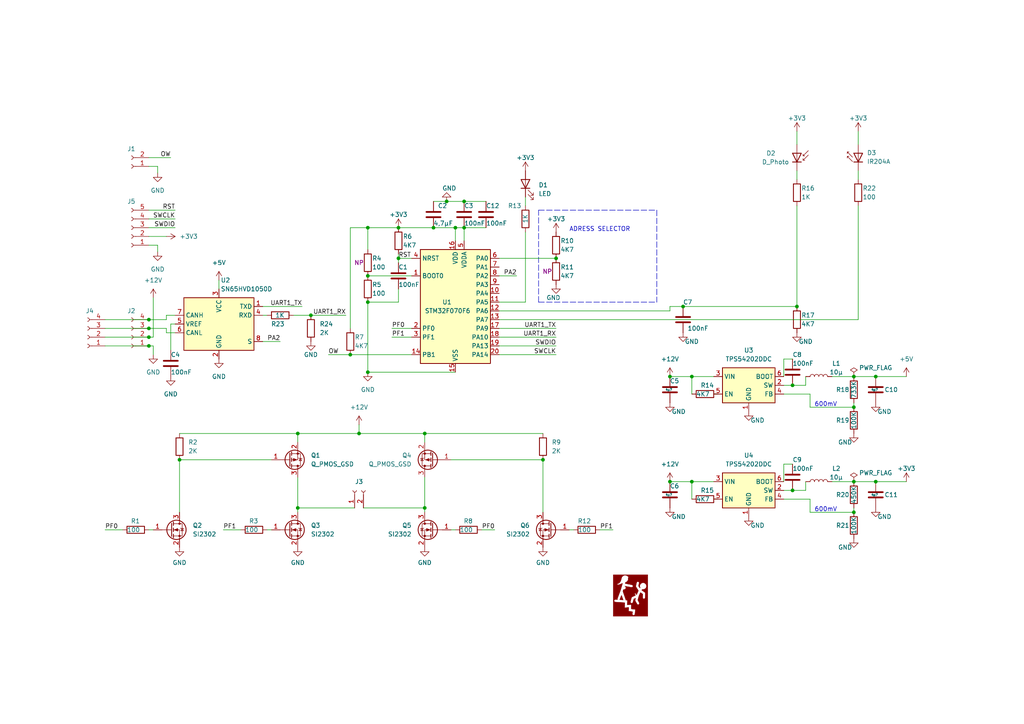
<source format=kicad_sch>
(kicad_sch (version 20211123) (generator eeschema)
  (paper "A4")
  (lib_symbols
    (symbol "Connector:Conn_01x02_Female" (pin_names (offset 1.016) hide)
      (property "Reference" "J" (at 0 2.54 0))
      (property "Value" "Conn_01x02_Female" (at 0 -5.08 0))
      (symbol "Conn_01x02_Female_1_1"
        (pin passive line (at -5.08 0 0) (length 3.81) (name "Pin_1") (number "1"))
        (pin passive line (at -5.08 -2.54 0) (length 3.81) (name "Pin_2") (number "2"))
      )
    )
    (symbol "Connector:Conn_01x04_Female" (pin_names (offset 1.016) hide)
      (property "Reference" "J" (at 0 5.08 0))
      (property "Value" "Conn_01x04_Female" (at 0 -7.62 0))
      (symbol "Conn_01x04_Female_1_1"
        (pin passive line (at -5.08 2.54 0) (length 3.81) (name "Pin_1") (number "1"))
        (pin passive line (at -5.08 0 0) (length 3.81) (name "Pin_2") (number "2"))
        (pin passive line (at -5.08 -2.54 0) (length 3.81) (name "Pin_3") (number "3"))
        (pin passive line (at -5.08 -5.08 0) (length 3.81) (name "Pin_4") (number "4"))
      )
    )
    (symbol "Connector:Conn_01x05_Female" (pin_names (offset 1.016) hide)
      (property "Reference" "J" (at 0 7.62 0))
      (property "Value" "Conn_01x05_Female" (at 0 -7.62 0))
      (symbol "Conn_01x05_Female_1_1"
        (pin passive line (at -5.08 5.08 0) (length 3.81) (name "Pin_1") (number "1"))
        (pin passive line (at -5.08 2.54 0) (length 3.81) (name "Pin_2") (number "2"))
        (pin passive line (at -5.08 0 0) (length 3.81) (name "Pin_3") (number "3"))
        (pin passive line (at -5.08 -2.54 0) (length 3.81) (name "Pin_4") (number "4"))
        (pin passive line (at -5.08 -5.08 0) (length 3.81) (name "Pin_5") (number "5"))
      )
    )
    (symbol "Device:C" (pin_numbers hide) (pin_names (offset 0.254))
      (property "Reference" "C" (at 0.635 2.54 0))
      (property "Value" "C" (at 0.635 -2.54 0))
      (symbol "C_1_1"
        (pin passive line (at 0 3.81 270) (length 2.794) (name "~") (number "1"))
        (pin passive line (at 0 -3.81 90) (length 2.794) (name "~") (number "2"))
      )
    )
    (symbol "Device:D_Photo" (pin_numbers hide) (pin_names hide)
      (property "Reference" "D" (at 0.508 1.778 0))
      (property "Value" "D_Photo" (at -1.016 -2.794 0))
      (symbol "D_Photo_1_1"
        (pin passive line (at -5.08 0 0) (length 2.54) (name "K") (number "1"))
        (pin passive line (at 2.54 0 180) (length 2.54) (name "A") (number "2"))
      )
    )
    (symbol "Device:L" (pin_numbers hide) (pin_names (offset 1.016) hide)
      (property "Reference" "L" (at -1.27 0 90))
      (property "Value" "L" (at 1.905 0 90))
      (symbol "L_1_1"
        (pin passive line (at 0 3.81 270) (length 1.27) (name "1") (number "1"))
        (pin passive line (at 0 -3.81 90) (length 1.27) (name "2") (number "2"))
      )
    )
    (symbol "Device:LED" (pin_numbers hide) (pin_names (offset 1.016) hide)
      (property "Reference" "D" (at 0 2.54 0))
      (property "Value" "LED" (at 0 -2.54 0))
      (symbol "LED_1_1"
        (pin passive line (at -3.81 0 0) (length 2.54) (name "K") (number "1"))
        (pin passive line (at 3.81 0 180) (length 2.54) (name "A") (number "2"))
      )
    )
    (symbol "Device:Q_NMOS_GSD" (pin_names (offset 0) hide)
      (property "Reference" "Q" (at 5.08 1.27 0))
      (property "Value" "Q_NMOS_GSD" (at 5.08 -1.27 0))
      (symbol "Q_NMOS_GSD_1_1"
        (pin input line (at -5.08 0 0) (length 2.54) (name "G") (number "1"))
        (pin passive line (at 2.54 -5.08 90) (length 2.54) (name "S") (number "2"))
        (pin passive line (at 2.54 5.08 270) (length 2.54) (name "D") (number "3"))
      )
    )
    (symbol "Device:Q_PMOS_GSD" (pin_names (offset 0) hide)
      (property "Reference" "Q" (at 5.08 1.27 0))
      (property "Value" "Q_PMOS_GSD" (at 5.08 -1.27 0))
      (symbol "Q_PMOS_GSD_1_1"
        (pin input line (at -5.08 0 0) (length 2.54) (name "G") (number "1"))
        (pin passive line (at 2.54 -5.08 90) (length 2.54) (name "S") (number "2"))
        (pin passive line (at 2.54 5.08 270) (length 2.54) (name "D") (number "3"))
      )
    )
    (symbol "Device:R" (pin_numbers hide) (pin_names (offset 0))
      (property "Reference" "R" (at 2.032 0 90))
      (property "Value" "R" (at 0 0 90))
      (symbol "R_1_1"
        (pin passive line (at 0 3.81 270) (length 1.27) (name "~") (number "1"))
        (pin passive line (at 0 -3.81 90) (length 1.27) (name "~") (number "2"))
      )
    )
    (symbol "Interface_CAN_LIN:SN65HVD1050D"
      (property "Reference" "U" (at -8.89 8.89 0))
      (property "Value" "SN65HVD1050D" (at 1.27 8.89 0))
      (symbol "SN65HVD1050D_1_1"
        (pin input line (at -12.7 5.08 0) (length 2.54) (name "TXD") (number "1"))
        (pin power_in line (at 0 -10.16 90) (length 2.54) (name "GND") (number "2"))
        (pin power_in line (at 0 10.16 270) (length 2.54) (name "VCC") (number "3"))
        (pin output line (at -12.7 2.54 0) (length 2.54) (name "RXD") (number "4"))
        (pin passive line (at 12.7 0 180) (length 2.54) (name "VREF") (number "5"))
        (pin bidirectional line (at 12.7 -2.54 180) (length 2.54) (name "CANL") (number "6"))
        (pin bidirectional line (at 12.7 2.54 180) (length 2.54) (name "CANH") (number "7"))
        (pin input line (at -12.7 -5.08 0) (length 2.54) (name "S") (number "8"))
      )
    )
    (symbol "LED:IR204A" (pin_numbers hide) (pin_names (offset 1.016) hide)
      (property "Reference" "D" (at 0.508 1.778 0))
      (property "Value" "IR204A" (at -1.016 -2.794 0))
      (symbol "IR204A_1_1"
        (pin passive line (at -5.08 0 0) (length 2.54) (name "K") (number "1"))
        (pin passive line (at 2.54 0 180) (length 2.54) (name "A") (number "2"))
      )
    )
    (symbol "LOGO_1" (pin_names (offset 1.016)))
    (symbol "MCU_ST_STM32F0:STM32F030F4Px"
      (property "Reference" "U" (at -10.16 16.51 0))
      (property "Value" "STM32F030F4Px" (at 5.08 16.51 0))
      (symbol "STM32F030F4Px_1_1"
        (pin input line (at -12.7 7.62 0) (length 2.54) (name "BOOT0") (number "1"))
        (pin bidirectional line (at 12.7 2.54 180) (length 2.54) (name "PA4") (number "10"))
        (pin bidirectional line (at 12.7 0 180) (length 2.54) (name "PA5") (number "11"))
        (pin bidirectional line (at 12.7 -2.54 180) (length 2.54) (name "PA6") (number "12"))
        (pin bidirectional line (at 12.7 -5.08 180) (length 2.54) (name "PA7") (number "13"))
        (pin bidirectional line (at -12.7 -15.24 0) (length 2.54) (name "PB1") (number "14"))
        (pin power_in line (at 0 -20.32 90) (length 2.54) (name "VSS") (number "15"))
        (pin power_in line (at 0 17.78 270) (length 2.54) (name "VDD") (number "16"))
        (pin bidirectional line (at 12.7 -7.62 180) (length 2.54) (name "PA9") (number "17"))
        (pin bidirectional line (at 12.7 -10.16 180) (length 2.54) (name "PA10") (number "18"))
        (pin bidirectional line (at 12.7 -12.7 180) (length 2.54) (name "PA13") (number "19"))
        (pin input line (at -12.7 -7.62 0) (length 2.54) (name "PF0") (number "2"))
        (pin bidirectional line (at 12.7 -15.24 180) (length 2.54) (name "PA14") (number "20"))
        (pin input line (at -12.7 -10.16 0) (length 2.54) (name "PF1") (number "3"))
        (pin input line (at -12.7 12.7 0) (length 2.54) (name "NRST") (number "4"))
        (pin power_in line (at 2.54 17.78 270) (length 2.54) (name "VDDA") (number "5"))
        (pin bidirectional line (at 12.7 12.7 180) (length 2.54) (name "PA0") (number "6"))
        (pin bidirectional line (at 12.7 10.16 180) (length 2.54) (name "PA1") (number "7"))
        (pin bidirectional line (at 12.7 7.62 180) (length 2.54) (name "PA2") (number "8"))
        (pin bidirectional line (at 12.7 5.08 180) (length 2.54) (name "PA3") (number "9"))
      )
    )
    (symbol "Regulator_Switching:TPS54202DDC"
      (property "Reference" "U" (at -7.62 6.35 0))
      (property "Value" "TPS54202DDC" (at 0 6.35 0))
      (symbol "TPS54202DDC_1_1"
        (pin power_in line (at 0 -7.62 90) (length 2.54) (name "GND") (number "1"))
        (pin power_out line (at 10.16 0 180) (length 2.54) (name "SW") (number "2"))
        (pin power_in line (at -10.16 2.54 0) (length 2.54) (name "VIN") (number "3"))
        (pin input line (at 10.16 -2.54 180) (length 2.54) (name "FB") (number "4"))
        (pin input line (at -10.16 -2.54 0) (length 2.54) (name "EN") (number "5"))
        (pin passive line (at 10.16 2.54 180) (length 2.54) (name "BOOT") (number "6"))
      )
    )
    (symbol "power:+12V" (power) (pin_names (offset 0))
      (property "Value" "+12V" (at 0 3.556 0))
      (symbol "+12V_1_1"
        (pin power_in line (at 0 0 90) (length 0) hide (name "+12V") (number "1"))
      )
    )
    (symbol "power:+3V3" (power) (pin_names (offset 0))
      (property "Value" "+3V3" (at 0 3.556 0))
      (symbol "+3V3_1_1"
        (pin power_in line (at 0 0 90) (length 0) hide (name "+3V3") (number "1"))
      )
    )
    (symbol "power:+5V" (power) (pin_names (offset 0))
      (property "Value" "+5V" (at 0 3.556 0))
      (symbol "+5V_1_1"
        (pin power_in line (at 0 0 90) (length 0) hide (name "+5V") (number "1"))
      )
    )
    (symbol "power:GND" (power) (pin_names (offset 0))
      (property "Value" "GND" (at 0 -3.81 0))
      (symbol "GND_1_1"
        (pin power_in line (at 0 0 270) (length 0) hide (name "GND") (number "1"))
      )
    )
    (symbol "power:PWR_FLAG" (power) (pin_numbers hide) (pin_names (offset 0) hide)
      (property "Value" "PWR_FLAG" (at 0 3.81 0))
      (symbol "PWR_FLAG_0_0"
        (pin power_out line (at 0 0 90) (length 0) (name "pwr") (number "1"))
      )
    )
  )
  (junction (at 254 109.22))
  (junction (at 157.48 133.35))
  (junction (at 198.12 88.9))
  (junction (at 247.65 109.22) (diameter 0.9144))
  (junction (at 43.18 95.25))
  (junction (at 43.18 92.71))
  (junction (at 231.14 88.9))
  (junction (at 86.36 125.73))
  (junction (at 43.18 97.79))
  (junction (at 247.65 139.7) (diameter 0.9144))
  (junction (at 254 139.7))
  (junction (at 247.65 148.59) (diameter 0.9144))
  (junction (at 106.68 66.04))
  (junction (at 43.18 100.33))
  (junction (at 229.87 111.76))
  (junction (at 115.57 66.04))
  (junction (at 247.65 118.11) (diameter 0.9144))
  (junction (at 86.36 147.32))
  (junction (at 200.66 109.22) (diameter 0.9144))
  (junction (at 90.17 91.44))
  (junction (at 194.31 109.22))
  (junction (at 134.62 66.04))
  (junction (at 125.73 66.04))
  (junction (at 161.29 74.93))
  (junction (at 52.07 133.35))
  (junction (at 129.54 58.42))
  (junction (at 104.14 125.73))
  (junction (at 106.68 80.01))
  (junction (at 106.68 87.63))
  (junction (at 123.19 125.73))
  (junction (at 194.31 139.7))
  (junction (at 229.87 142.24))
  (junction (at 106.68 107.95))
  (junction (at 200.66 139.7) (diameter 0.9144))
  (junction (at 115.57 74.93))
  (junction (at 123.19 147.32))
  (junction (at 101.6 102.87))
  (junction (at 132.08 66.04))
  (junction (at 134.62 58.42))
  (wire (pts (xy 227.33 134.62) (xy 229.87 134.62)))
  (wire (pts (xy 78.74 133.35) (xy 52.07 133.35)))
  (wire (pts (xy 115.57 76.2) (xy 115.57 74.93)))
  (wire (pts (xy 129.54 58.42) (xy 134.62 58.42)))
  (wire (pts (xy 227.33 142.24) (xy 229.87 142.24)))
  (wire (pts (xy 227.33 134.62) (xy 227.33 139.7)))
  (wire (pts (xy 77.47 153.67) (xy 78.74 153.67)))
  (wire (pts (xy 132.08 107.95) (xy 106.68 107.95)))
  (wire (pts (xy 152.4 87.63) (xy 152.4 67.31)))
  (wire (pts (xy 30.48 100.33) (xy 43.18 100.33)))
  (wire (pts (xy 106.68 72.39) (xy 106.68 66.04)))
  (wire (pts (xy 115.57 83.82) (xy 115.57 87.63)))
  (wire (pts (xy 227.33 104.14) (xy 229.87 104.14)))
  (wire (pts (xy 43.18 68.58) (xy 48.26 68.58)))
  (wire (pts (xy 115.57 87.63) (xy 106.68 87.63)))
  (wire (pts (xy 248.92 52.07) (xy 248.92 49.53)))
  (wire (pts (xy 44.45 100.33) (xy 44.45 102.87)))
  (wire (pts (xy 231.14 49.53) (xy 231.14 52.07)))
  (wire (pts (xy 52.07 133.35) (xy 52.07 148.59)))
  (wire (pts (xy 43.18 45.72) (xy 49.53 45.72)))
  (wire (pts (xy 85.09 91.44) (xy 90.17 91.44)))
  (wire (pts (xy 134.62 58.42) (xy 140.97 58.42)))
  (wire (pts (xy 144.78 95.25) (xy 161.29 95.25)))
  (wire (pts (xy 86.36 147.32) (xy 102.87 147.32)))
  (wire (pts (xy 254 139.7) (xy 262.89 139.7)))
  (wire (pts (xy 76.2 99.06) (xy 81.28 99.06)))
  (wire (pts (xy 227.33 114.3) (xy 234.95 114.3)))
  (wire (pts (xy 43.18 100.33) (xy 44.45 100.33)))
  (wire (pts (xy 43.18 71.12) (xy 45.72 71.12)))
  (wire (pts (xy 144.78 80.01) (xy 149.86 80.01)))
  (wire (pts (xy 241.3 109.22) (xy 247.65 109.22)))
  (wire (pts (xy 231.14 41.91) (xy 231.14 38.1)))
  (wire (pts (xy 173.99 153.67) (xy 177.8 153.67)))
  (polyline (pts (xy 156.21 60.96) (xy 190.5 60.96)))
  (wire (pts (xy 76.2 88.9) (xy 87.63 88.9)))
  (wire (pts (xy 106.68 66.04) (xy 115.57 66.04)))
  (wire (pts (xy 43.18 95.25) (xy 48.26 95.25)))
  (wire (pts (xy 30.48 95.25) (xy 43.18 95.25)))
  (wire (pts (xy 198.12 88.9) (xy 194.31 88.9)))
  (wire (pts (xy 134.62 66.04) (xy 132.08 66.04)))
  (wire (pts (xy 134.62 66.04) (xy 140.97 66.04)))
  (wire (pts (xy 144.78 74.93) (xy 161.29 74.93)))
  (wire (pts (xy 123.19 125.73) (xy 157.48 125.73)))
  (wire (pts (xy 50.8 93.98) (xy 49.53 93.98)))
  (wire (pts (xy 106.68 107.95) (xy 106.68 87.63)))
  (wire (pts (xy 144.78 102.87) (xy 161.29 102.87)))
  (wire (pts (xy 43.18 153.67) (xy 44.45 153.67)))
  (wire (pts (xy 43.18 92.71) (xy 48.26 92.71)))
  (wire (pts (xy 247.65 116.84) (xy 247.65 118.11)))
  (wire (pts (xy 30.48 153.67) (xy 35.56 153.67)))
  (wire (pts (xy 43.18 63.5) (xy 50.8 63.5)))
  (wire (pts (xy 233.68 142.24) (xy 233.68 139.7)))
  (polyline (pts (xy 156.21 87.63) (xy 190.5 87.63)))
  (wire (pts (xy 119.38 80.01) (xy 106.68 80.01)))
  (wire (pts (xy 227.33 111.76) (xy 229.87 111.76)))
  (wire (pts (xy 152.4 57.15) (xy 152.4 59.69)))
  (wire (pts (xy 132.08 66.04) (xy 125.73 66.04)))
  (wire (pts (xy 105.41 147.32) (xy 123.19 147.32)))
  (wire (pts (xy 115.57 74.93) (xy 115.57 73.66)))
  (wire (pts (xy 44.45 97.79) (xy 43.18 97.79)))
  (wire (pts (xy 125.73 66.04) (xy 115.57 66.04)))
  (wire (pts (xy 30.48 97.79) (xy 43.18 97.79)))
  (wire (pts (xy 194.31 88.9) (xy 194.31 90.17)))
  (wire (pts (xy 233.68 111.76) (xy 233.68 109.22)))
  (wire (pts (xy 165.1 153.67) (xy 166.37 153.67)))
  (wire (pts (xy 48.26 92.71) (xy 48.26 91.44)))
  (wire (pts (xy 86.36 138.43) (xy 86.36 147.32)))
  (wire (pts (xy 200.66 144.78) (xy 200.66 139.7)))
  (wire (pts (xy 208.28 114.3) (xy 207.01 114.3)))
  (wire (pts (xy 144.78 90.17) (xy 194.31 90.17)))
  (wire (pts (xy 229.87 111.76) (xy 233.68 111.76)))
  (wire (pts (xy 157.48 133.35) (xy 157.48 148.59)))
  (wire (pts (xy 198.12 88.9) (xy 231.14 88.9)))
  (wire (pts (xy 247.65 139.7) (xy 254 139.7)))
  (polyline (pts (xy 190.5 60.96) (xy 190.5 87.63)))
  (wire (pts (xy 227.33 144.78) (xy 234.95 144.78)))
  (wire (pts (xy 194.31 139.7) (xy 200.66 139.7)))
  (wire (pts (xy 231.14 59.69) (xy 231.14 88.9)))
  (wire (pts (xy 48.26 96.52) (xy 50.8 96.52)))
  (wire (pts (xy 139.7 153.67) (xy 143.51 153.67)))
  (wire (pts (xy 123.19 128.27) (xy 123.19 125.73)))
  (wire (pts (xy 86.36 125.73) (xy 86.36 128.27)))
  (wire (pts (xy 227.33 104.14) (xy 227.33 109.22)))
  (wire (pts (xy 123.19 125.73) (xy 104.14 125.73)))
  (wire (pts (xy 130.81 153.67) (xy 132.08 153.67)))
  (wire (pts (xy 52.07 125.73) (xy 86.36 125.73)))
  (wire (pts (xy 44.45 86.36) (xy 44.45 97.79)))
  (wire (pts (xy 132.08 69.85) (xy 132.08 66.04)))
  (wire (pts (xy 234.95 114.3) (xy 234.95 118.11)))
  (wire (pts (xy 45.72 71.12) (xy 45.72 73.025)))
  (wire (pts (xy 229.87 142.24) (xy 233.68 142.24)))
  (wire (pts (xy 119.38 74.93) (xy 115.57 74.93)))
  (wire (pts (xy 104.14 123.19) (xy 104.14 125.73)))
  (wire (pts (xy 144.78 97.79) (xy 161.29 97.79)))
  (wire (pts (xy 248.92 92.71) (xy 144.78 92.71)))
  (wire (pts (xy 48.26 95.25) (xy 48.26 96.52)))
  (wire (pts (xy 234.95 148.59) (xy 247.65 148.59)))
  (wire (pts (xy 125.73 58.42) (xy 129.54 58.42)))
  (polyline (pts (xy 156.21 87.63) (xy 156.21 60.96)))
  (wire (pts (xy 200.66 114.3) (xy 200.66 109.22)))
  (wire (pts (xy 86.36 147.32) (xy 86.36 148.59)))
  (wire (pts (xy 95.25 102.87) (xy 101.6 102.87)))
  (wire (pts (xy 208.28 144.78) (xy 207.01 144.78)))
  (wire (pts (xy 76.2 91.44) (xy 77.47 91.44)))
  (wire (pts (xy 63.5 81.28) (xy 63.5 83.82)))
  (wire (pts (xy 234.95 118.11) (xy 247.65 118.11)))
  (wire (pts (xy 49.53 93.98) (xy 49.53 101.6)))
  (wire (pts (xy 247.65 147.32) (xy 247.65 148.59)))
  (wire (pts (xy 130.81 133.35) (xy 157.48 133.35)))
  (wire (pts (xy 90.17 91.44) (xy 100.33 91.44)))
  (wire (pts (xy 43.18 48.26) (xy 45.72 48.26)))
  (wire (pts (xy 43.18 60.96) (xy 50.8 60.96)))
  (wire (pts (xy 200.66 109.22) (xy 207.01 109.22)))
  (wire (pts (xy 101.6 95.25) (xy 101.6 66.04)))
  (wire (pts (xy 234.95 144.78) (xy 234.95 148.59)))
  (wire (pts (xy 101.6 66.04) (xy 106.68 66.04)))
  (wire (pts (xy 123.19 138.43) (xy 123.19 147.32)))
  (wire (pts (xy 104.14 125.73) (xy 86.36 125.73)))
  (wire (pts (xy 101.6 102.87) (xy 119.38 102.87)))
  (wire (pts (xy 43.18 66.04) (xy 50.8 66.04)))
  (wire (pts (xy 48.26 91.44) (xy 50.8 91.44)))
  (wire (pts (xy 241.3 139.7) (xy 247.65 139.7)))
  (wire (pts (xy 254 109.22) (xy 262.89 109.22)))
  (wire (pts (xy 144.78 100.33) (xy 161.29 100.33)))
  (wire (pts (xy 248.92 41.91) (xy 248.92 38.1)))
  (wire (pts (xy 113.665 97.79) (xy 119.38 97.79)))
  (wire (pts (xy 134.62 69.85) (xy 134.62 66.04)))
  (wire (pts (xy 30.48 92.71) (xy 43.18 92.71)))
  (wire (pts (xy 113.665 95.25) (xy 119.38 95.25)))
  (wire (pts (xy 194.31 109.22) (xy 200.66 109.22)))
  (wire (pts (xy 144.78 87.63) (xy 152.4 87.63)))
  (wire (pts (xy 247.65 109.22) (xy 254 109.22)))
  (wire (pts (xy 64.77 153.67) (xy 69.85 153.67)))
  (wire (pts (xy 200.66 139.7) (xy 207.01 139.7)))
  (wire (pts (xy 248.92 59.69) (xy 248.92 92.71)))
  (wire (pts (xy 45.72 48.26) (xy 45.72 50.165)))
  (wire (pts (xy 123.19 147.32) (xy 123.19 148.59)))
  (text "ADRESS SELECTOR" (at 165.1 67.31 0) (effects (font (size 1.27 1.27)) (justify left bottom)))
  (text "600mV" (at 236.22 148.59 0) (effects (font (size 1.27 1.27)) (justify left bottom)))
  (text "600mV" (at 236.22 118.11 0) (effects (font (size 1.27 1.27)) (justify left bottom)))
  (label "UART1_TX" (at 161.29 95.25 180))
  (label "SWDIO" (at 161.29 100.33 180))
  (label "UART1_RX" (at 161.29 97.79 180))
  (label "UART1_TX" (at 87.63 88.9 180))
  (label "SWCLK" (at 50.8 63.5 180))
  (label "RST" (at 50.8 60.96 180))
  (label "PF1" (at 64.77 153.67 0))
  (label "UART1_RX" (at 100.33 91.44 180))
  (label "RST" (at 115.57 74.93 0))
  (label "OW" (at 49.53 45.72 180))
  (label "PF1" (at 113.665 97.79 0))
  (label "SWDIO" (at 50.8 66.04 180))
  (label "PF0" (at 143.51 153.67 180))
  (label "PA2" (at 149.86 80.01 180))
  (label "PF0" (at 113.665 95.25 0))
  (label "PA2" (at 81.28 99.06 180))
  (label "SWCLK" (at 161.29 102.87 180))
  (label "PF1" (at 177.8 153.67 180))
  (label "OW" (at 95.25 102.87 0))
  (label "PF0" (at 30.48 153.67 0))
  (symbol (lib_id "Device:Q_PMOS_GSD") (at 83.82 133.35 0) (mirror x) (unit 1)
    (property "Reference" "Q1" (at 90.17 132.0799 0) (effects (justify left)))
    (property "Value" "Q_PMOS_GSD" (at 90.17 134.6199 0) (effects (justify left)))
    (property "Footprint" "Package_TO_SOT_SMD:SOT-23" (effects hide))
    (property "LCSC" "C5261052" (effects hide))
  )
  (symbol (lib_id "Connector:Conn_01x02_Female") (at 102.87 142.24 90) (unit 1)
    (property "Reference" "J3" (at 104.14 139.7 90))
    (property "Value" "Conn_01x02_Female" (effects hide))
    (property "Footprint" "Connector_PinHeader_2.54mm:PinHeader_1x02_P2.54mm_Vertical" (effects hide))
  )
  (symbol (lib_id "Device:C") (at 254 143.51 0) (unit 1)
    (property "Reference" "C11" (at 256.54 143.51 0) (effects (justify left)))
    (property "Value" "4µ7" (at 252.73 143.51 0) (effects (font (size 0.6096 0.6096)) (justify left)))
    (property "Footprint" "Capacitor_SMD:C_0603_1608Metric" (effects hide))
    (property "LCSC" "C415373" (effects hide))
  )
  (symbol (lib_id "power:+3V3") (at 115.57 66.04 0) (unit 1)
    (property "Reference" "#PWR0112" (effects hide))
    (property "Value" "+3V3" (at 115.57 62.23 0))
  )
  (symbol (lib_id "Device:L") (at 237.49 109.22 90) (unit 1)
    (property "Reference" "L1" (at 242.57 105.41 90))
    (property "Value" "10µ" (at 242.57 107.95 90))
    (property "Footprint" "Inductor_SMD:L_Bourns-SRN4018" (effects hide))
    (property "LCSC" "C520273" (effects hide))
  )
  (symbol (lib_id "power:GND") (at 231.14 96.52 0) (unit 1)
    (property "Reference" "#PWR0134" (effects hide))
    (property "Value" "GND" (at 233.68 99.06 0))
  )
  (symbol (lib_id "Device:R") (at 106.68 83.82 0) (unit 1)
    (property "Reference" "R5" (at 107.95 82.55 0) (effects (justify left)))
    (property "Value" "100" (at 107.95 85.09 0) (effects (justify left)))
    (property "Footprint" "Resistor_SMD:R_0603_1608Metric" (effects hide))
  )
  (symbol (lib_id "Device:Q_NMOS_GSD") (at 83.82 153.67 0) (unit 1)
    (property "Reference" "Q3" (at 90.17 152.3999 0) (effects (justify left)))
    (property "Value" "SI2302" (at 90.17 154.9399 0) (effects (justify left)))
    (property "Footprint" "Package_TO_SOT_SMD:SOT-23" (effects hide))
    (property "Datasheet" "https://datasheet.lcsc.com/lcsc/2207201830_HXY-MOSFET-SI2302-HXY_C4748714.pdf" (effects hide))
    (property "LCSC" "C4748714" (effects hide))
  )
  (symbol (lib_id "Device:R") (at 247.65 143.51 180) (unit 1)
    (property "Reference" "R20" (at 246.38 143.51 0) (effects (justify left)))
    (property "Value" "450K" (at 247.65 140.97 90) (effects (justify left)))
    (property "Footprint" "Resistor_SMD:R_0603_1608Metric" (effects hide))
    (property "Datasheet" "RR0510P-104-D" (effects hide))
  )
  (symbol (lib_id "power:GND") (at 254 147.32 0) (unit 1)
    (property "Reference" "#PWR0121" (effects hide))
    (property "Value" "GND" (at 256.54 149.86 0))
  )
  (symbol (lib_id "Device:R") (at 152.4 63.5 0) (unit 1)
    (property "Reference" "R13" (at 147.32 59.69 0) (effects (justify left)))
    (property "Value" "1K" (at 152.4 64.77 90) (effects (justify left)))
    (property "Footprint" "Resistor_SMD:R_0603_1608Metric" (effects hide))
  )
  (symbol (lib_id "Device:R") (at 231.14 92.71 0) (unit 1)
    (property "Reference" "R17" (at 232.41 91.44 0) (effects (justify left)))
    (property "Value" "4K7" (at 232.41 93.98 0) (effects (justify left)))
    (property "Footprint" "Resistor_SMD:R_0603_1608Metric" (effects hide))
  )
  (symbol (lib_id "Device:D_Photo") (at 231.14 44.45 270) (mirror x) (unit 1)
    (property "Reference" "D2" (at 222.25 44.45 90) (effects (justify left)))
    (property "Value" "D_Photo" (at 220.98 46.99 90) (effects (justify left)))
    (property "Footprint" "LED_THT:LED_D3.0mm_IRBlack" (effects hide))
    (property "LCSC" "C2693586" (effects hide))
  )
  (symbol (lib_id "Device:C") (at 49.53 105.41 0) (unit 1)
    (property "Reference" "C4" (at 49.53 102.87 0) (effects (justify left)))
    (property "Value" "100nF" (at 49.53 107.95 0) (effects (justify left)))
    (property "Footprint" "Capacitor_SMD:C_0603_1608Metric" (effects hide))
  )
  (symbol (lib_id "Interface_CAN_LIN:SN65HVD1050D") (at 63.5 93.98 0) (mirror y) (unit 1)
    (property "Reference" "U2" (at 64.0206 81.28 0) (effects (justify right)))
    (property "Value" "SN65HVD1050D" (at 64.0206 83.82 0) (effects (justify right)))
    (property "Footprint" "Package_SO:SOIC-8_3.9x4.9mm_P1.27mm" (effects hide))
    (property "Datasheet" "http://www.ti.com/lit/ds/symlink/sn65hvd1050.pdf" (effects hide))
    (property "LCSC" "C313021" (effects hide))
  )
  (symbol (lib_id "power:GND") (at 45.72 50.165 0) (unit 1)
    (property "Reference" "#PWR0101" (effects hide))
    (property "Value" "GND" (at 45.72 55.245 0))
  )
  (symbol (lib_id "Device:R") (at 52.07 129.54 0) (unit 1)
    (property "Reference" "R2" (at 54.61 128.2699 0) (effects (justify left)))
    (property "Value" "2K" (at 54.61 130.8099 0) (effects (justify left)))
    (property "Footprint" "Resistor_SMD:R_0603_1608Metric" (effects hide))
  )
  (symbol (lib_id "power:PWR_FLAG") (at 247.65 109.22 0) (unit 1)
    (property "Reference" "#FLG0102" (effects hide))
    (property "Value" "PWR_FLAG" (at 254 106.68 0))
  )
  (symbol (lib_id "power:GND") (at 106.68 107.95 0) (unit 1)
    (property "Reference" "#PWR0109" (effects hide))
    (property "Value" "GND" (at 106.68 113.03 0))
  )
  (symbol (lib_id "Device:C") (at 125.73 62.23 0) (unit 1)
    (property "Reference" "C2" (at 127 59.69 0) (effects (justify left)))
    (property "Value" "4,7µF" (at 125.73 64.77 0) (effects (justify left)))
    (property "Footprint" "Capacitor_SMD:C_0603_1608Metric" (effects hide))
  )
  (symbol (lib_id "power:GND") (at 44.45 102.87 0) (unit 1)
    (property "Reference" "#PWR0116" (effects hide))
    (property "Value" "GND" (at 44.45 107.95 0))
  )
  (symbol (lib_id "Device:R") (at 39.37 153.67 90) (unit 1)
    (property "Reference" "R1" (at 40.64 151.13 90) (effects (justify left)))
    (property "Value" "100" (at 40.64 153.67 90) (effects (justify left)))
    (property "Footprint" "Resistor_SMD:R_0603_1608Metric" (effects hide))
  )
  (symbol (lib_id "power:GND") (at 217.17 119.38 0) (unit 1)
    (property "Reference" "#PWR0129" (effects hide))
    (property "Value" "GND" (at 219.71 121.92 0))
  )
  (symbol (lib_id "Device:R") (at 231.14 55.88 0) (unit 1)
    (property "Reference" "R16" (at 232.41 54.61 0) (effects (justify left)))
    (property "Value" "1K" (at 232.41 57.15 0) (effects (justify left)))
    (property "Footprint" "Resistor_SMD:R_0603_1608Metric" (effects hide))
  )
  (symbol (lib_id "LED:IR204A") (at 248.92 44.45 90) (unit 1)
    (property "Reference" "D3" (at 251.46 44.3229 90) (effects (justify right)))
    (property "Value" "IR204A" (at 251.46 46.8629 90) (effects (justify right)))
    (property "Footprint" "LED_THT:LED_D3.0mm_IRBlack" (effects hide))
    (property "Datasheet" "http://www.everlight.com/file/ProductFile/IR204-A.pdf" (effects hide))
    (property "LCSC" "C841521" (effects hide))
  )
  (symbol (lib_id "power:+12V") (at 104.14 123.19 0) (unit 1)
    (property "Reference" "#PWR0110" (effects hide))
    (property "Value" "+12V" (at 104.14 118.11 0))
  )
  (symbol (lib_name "LOGO_1") (lib_id "bauteilschubse_10mm:LOGO") (at 182.88 172.72 0) (unit 1)
    (property "Reference" "#G1" (effects hide))
    (property "Value" "LOGO" (effects hide))
  )
  (symbol (lib_id "power:+5V") (at 262.89 109.22 0) (unit 1)
    (property "Reference" "#PWR0123" (effects hide))
    (property "Value" "+5V" (at 262.89 104.14 0))
  )
  (symbol (lib_id "Regulator_Switching:TPS54202DDC") (at 217.17 111.76 0) (unit 1)
    (property "Reference" "U3" (at 217.17 101.6 0))
    (property "Value" "TPS54202DDC" (at 217.17 104.14 0))
    (property "Footprint" "Package_TO_SOT_SMD:SOT-23-6" (effects hide))
    (property "Datasheet" "http://www.ti.com/lit/ds/symlink/tps54202.pdf" (effects hide))
    (property "LCSC" "C191884" (effects hide))
  )
  (symbol (lib_id "power:+12V") (at 44.45 86.36 0) (unit 1)
    (property "Reference" "#PWR0114" (effects hide))
    (property "Value" "+12V" (at 44.45 81.28 0))
  )
  (symbol (lib_id "Connector:Conn_01x02_Female") (at 38.1 48.26 180) (unit 1)
    (property "Reference" "J1" (at 38.1 43.18 0))
    (property "Value" "Conn_01x02_Female" (effects hide))
    (property "Footprint" "Connector_PinHeader_1.27mm:PinHeader_1x02_P1.27mm_Vertical" (effects hide))
  )
  (symbol (lib_id "power:GND") (at 194.31 147.32 0) (unit 1)
    (property "Reference" "#PWR0131" (effects hide))
    (property "Value" "GND" (at 196.85 149.86 0))
  )
  (symbol (lib_id "Device:C") (at 198.12 92.71 0) (unit 1)
    (property "Reference" "C7" (at 198.12 87.63 0) (effects (justify left)))
    (property "Value" "100nF" (at 199.39 95.25 0) (effects (justify left)))
    (property "Footprint" "Capacitor_SMD:C_0603_1608Metric" (effects hide))
  )
  (symbol (lib_id "Device:Q_NMOS_GSD") (at 160.02 153.67 0) (mirror y) (unit 1)
    (property "Reference" "Q6" (at 153.67 152.3999 0) (effects (justify left)))
    (property "Value" "SI2302" (at 153.67 154.9399 0) (effects (justify left)))
    (property "Footprint" "Package_TO_SOT_SMD:SOT-23" (effects hide))
    (property "Datasheet" "https://datasheet.lcsc.com/lcsc/2207201830_HXY-MOSFET-SI2302-HXY_C4748714.pdf" (effects hide))
    (property "LCSC" "C4748714" (effects hide))
  )
  (symbol (lib_id "power:+3V3") (at 231.14 38.1 0) (unit 1)
    (property "Reference" "#PWR0135" (effects hide))
    (property "Value" "+3V3" (at 231.14 34.29 0))
  )
  (symbol (lib_id "Device:C") (at 115.57 80.01 0) (unit 1)
    (property "Reference" "C1" (at 115.57 77.47 0) (effects (justify left)))
    (property "Value" "100nF" (at 115.57 82.55 0) (effects (justify left)))
    (property "Footprint" "Capacitor_SMD:C_0603_1608Metric" (effects hide))
  )
  (symbol (lib_id "power:GND") (at 63.5 104.14 0) (unit 1)
    (property "Reference" "#PWR0104" (effects hide))
    (property "Value" "GND" (at 63.5 109.22 0))
  )
  (symbol (lib_id "power:GND") (at 90.17 99.06 0) (unit 1)
    (property "Reference" "#PWR0136" (effects hide))
    (property "Value" "GND" (at 90.17 102.87 0))
  )
  (symbol (lib_id "power:GND") (at 247.65 156.21 0) (unit 1)
    (property "Reference" "#PWR0127" (effects hide))
    (property "Value" "GND" (at 245.11 158.75 0))
  )
  (symbol (lib_id "Device:L") (at 237.49 139.7 90) (unit 1)
    (property "Reference" "L2" (at 242.57 135.89 90))
    (property "Value" "10µ" (at 242.57 138.43 90))
    (property "Footprint" "Inductor_SMD:L_Bourns-SRN4018" (effects hide))
    (property "LCSC" "C520273" (effects hide))
  )
  (symbol (lib_id "Device:Q_NMOS_GSD") (at 49.53 153.67 0) (unit 1)
    (property "Reference" "Q2" (at 55.88 152.3999 0) (effects (justify left)))
    (property "Value" "SI2302" (at 55.88 154.9399 0) (effects (justify left)))
    (property "Footprint" "Package_TO_SOT_SMD:SOT-23" (effects hide))
    (property "Datasheet" "https://datasheet.lcsc.com/lcsc/2207201830_HXY-MOSFET-SI2302-HXY_C4748714.pdf" (effects hide))
    (property "LCSC" "C4748714" (effects hide))
  )
  (symbol (lib_id "Device:C") (at 229.87 107.95 0) (unit 1)
    (property "Reference" "C8" (at 229.87 102.87 0) (effects (justify left)))
    (property "Value" "100nF" (at 229.87 105.41 0) (effects (justify left)))
    (property "Footprint" "Capacitor_SMD:C_0603_1608Metric" (effects hide))
  )
  (symbol (lib_id "power:GND") (at 86.36 158.75 0) (mirror y) (unit 1)
    (property "Reference" "#PWR0103" (effects hide))
    (property "Value" "GND" (at 86.36 163.195 0))
  )
  (symbol (lib_id "power:GND") (at 45.72 73.025 0) (unit 1)
    (property "Reference" "#PWR0111" (effects hide))
    (property "Value" "GND" (at 45.72 78.105 0))
  )
  (symbol (lib_id "power:PWR_FLAG") (at 247.65 139.7 0) (unit 1)
    (property "Reference" "#FLG0101" (effects hide))
    (property "Value" "PWR_FLAG" (at 254 137.16 0))
  )
  (symbol (lib_id "Device:C") (at 229.87 138.43 0) (unit 1)
    (property "Reference" "C9" (at 229.87 133.35 0) (effects (justify left)))
    (property "Value" "100nF" (at 229.87 135.89 0) (effects (justify left)))
    (property "Footprint" "Capacitor_SMD:C_0603_1608Metric" (effects hide))
  )
  (symbol (lib_id "Device:R") (at 90.17 95.25 0) (unit 1)
    (property "Reference" "R24" (at 92.71 93.9799 0) (effects (justify left)))
    (property "Value" "2K" (at 92.71 96.5199 0) (effects (justify left)))
    (property "Footprint" "Resistor_SMD:R_0603_1608Metric" (effects hide))
  )
  (symbol (lib_id "power:+3V3") (at 248.92 38.1 0) (unit 1)
    (property "Reference" "#PWR0133" (effects hide))
    (property "Value" "+3V3" (at 248.92 34.29 0))
  )
  (symbol (lib_id "Device:Q_PMOS_GSD") (at 125.73 133.35 180) (unit 1)
    (property "Reference" "Q4" (at 119.38 132.0799 0) (effects (justify left)))
    (property "Value" "Q_PMOS_GSD" (at 119.38 134.6199 0) (effects (justify left)))
    (property "Footprint" "Package_TO_SOT_SMD:SOT-23" (effects hide))
    (property "LCSC" "C5261052" (effects hide))
  )
  (symbol (lib_id "power:+3V3") (at 262.89 139.7 0) (unit 1)
    (property "Reference" "#PWR0120" (effects hide))
    (property "Value" "+3V3" (at 262.89 135.89 0))
  )
  (symbol (lib_id "Device:R") (at 204.47 144.78 270) (unit 1)
    (property "Reference" "R15" (at 203.2 142.24 90) (effects (justify left)))
    (property "Value" "4K7" (at 201.93 144.78 90) (effects (justify left)))
    (property "Footprint" "Resistor_SMD:R_0603_1608Metric" (effects hide))
    (property "LCSC" "C105428" (effects hide))
  )
  (symbol (lib_id "Device:R") (at 73.66 153.67 90) (unit 1)
    (property "Reference" "R3" (at 74.93 151.13 90) (effects (justify left)))
    (property "Value" "100" (at 74.93 153.67 90) (effects (justify left)))
    (property "Footprint" "Resistor_SMD:R_0603_1608Metric" (effects hide))
  )
  (symbol (lib_id "power:GND") (at 123.19 158.75 0) (unit 1)
    (property "Reference" "#PWR0102" (effects hide))
    (property "Value" "GND" (at 123.19 163.195 0))
  )
  (symbol (lib_id "Regulator_Switching:TPS54202DDC") (at 217.17 142.24 0) (unit 1)
    (property "Reference" "U4" (at 217.17 132.08 0))
    (property "Value" "TPS54202DDC" (at 217.17 134.62 0))
    (property "Footprint" "Package_TO_SOT_SMD:SOT-23-6" (effects hide))
    (property "Datasheet" "http://www.ti.com/lit/ds/symlink/tps54202.pdf" (effects hide))
    (property "LCSC" "C191884" (effects hide))
  )
  (symbol (lib_id "power:+3V3") (at 161.29 67.31 0) (unit 1)
    (property "Reference" "#PWR0119" (effects hide))
    (property "Value" "+3V3" (at 161.29 63.5 0))
  )
  (symbol (lib_id "power:GND") (at 157.48 158.75 0) (unit 1)
    (property "Reference" "#PWR0113" (effects hide))
    (property "Value" "GND" (at 157.48 163.195 0))
  )
  (symbol (lib_id "Connector:Conn_01x04_Female") (at 25.4 97.79 180) (unit 1)
    (property "Reference" "J4" (at 26.035 90.17 0))
    (property "Value" "Conn_01x04_Female" (effects hide))
    (property "Footprint" "Connector_Molex:Molex_Micro-Latch_53253-0470_1x04_P2.00mm_Vertical" (effects hide))
  )
  (symbol (lib_id "Device:Q_NMOS_GSD") (at 125.73 153.67 0) (mirror y) (unit 1)
    (property "Reference" "Q5" (at 119.38 152.3999 0) (effects (justify left)))
    (property "Value" "SI2302" (at 119.38 154.9399 0) (effects (justify left)))
    (property "Footprint" "Package_TO_SOT_SMD:SOT-23" (effects hide))
    (property "Datasheet" "https://datasheet.lcsc.com/lcsc/2207201830_HXY-MOSFET-SI2302-HXY_C4748714.pdf" (effects hide))
    (property "LCSC" "C4748714" (effects hide))
  )
  (symbol (lib_id "power:GND") (at 194.31 116.84 0) (unit 1)
    (property "Reference" "#PWR0128" (effects hide))
    (property "Value" "GND" (at 196.85 119.38 0))
  )
  (symbol (lib_id "Device:R") (at 170.18 153.67 90) (unit 1)
    (property "Reference" "R12" (at 171.45 151.13 90) (effects (justify left)))
    (property "Value" "100" (at 171.45 153.67 90) (effects (justify left)))
    (property "Footprint" "Resistor_SMD:R_0603_1608Metric" (effects hide))
  )
  (symbol (lib_id "Device:R") (at 157.48 129.54 0) (unit 1)
    (property "Reference" "R9" (at 160.02 128.2699 0) (effects (justify left)))
    (property "Value" "2K" (at 160.02 130.8099 0) (effects (justify left)))
    (property "Footprint" "Resistor_SMD:R_0603_1608Metric" (effects hide))
  )
  (symbol (lib_id "Device:R") (at 161.29 78.74 0) (unit 1)
    (property "Reference" "R11" (at 162.56 77.47 0) (effects (justify left)))
    (property "Value" "4K7" (at 162.56 80.01 0) (effects (justify left)))
    (property "Footprint" "Resistor_SMD:R_0603_1608Metric" (effects hide))
    (property "NP" "NP" (at 158.75 78.74 0))
  )
  (symbol (lib_id "Device:C") (at 254 113.03 0) (unit 1)
    (property "Reference" "C10" (at 256.54 113.03 0) (effects (justify left)))
    (property "Value" "4µ7" (at 252.73 113.03 0) (effects (font (size 0.6096 0.6096)) (justify left)))
    (property "Footprint" "Capacitor_SMD:C_0603_1608Metric" (effects hide))
    (property "LCSC" "C415373" (effects hide))
  )
  (symbol (lib_id "power:GND") (at 49.53 109.22 0) (unit 1)
    (property "Reference" "#PWR0106" (effects hide))
    (property "Value" "GND" (at 49.53 114.3 0))
  )
  (symbol (lib_id "Device:R") (at 247.65 121.92 180) (unit 1)
    (property "Reference" "R19" (at 246.38 121.92 0) (effects (justify left)))
    (property "Value" "100K" (at 247.65 119.38 90) (effects (justify left)))
    (property "Footprint" "Resistor_SMD:R_0603_1608Metric" (effects hide))
    (property "Datasheet" "RR0510P-104-D" (effects hide))
    (property "LCSC" "C15458" (effects hide))
  )
  (symbol (lib_id "power:+12V") (at 194.31 139.7 0) (unit 1)
    (property "Reference" "#PWR0132" (effects hide))
    (property "Value" "+12V" (at 194.31 134.62 0))
  )
  (symbol (lib_id "Device:C") (at 194.31 143.51 0) (unit 1)
    (property "Reference" "C6" (at 194.31 140.97 0) (effects (justify left)))
    (property "Value" "4µ7" (at 193.04 143.51 0) (effects (font (size 0.6096 0.6096)) (justify left)))
    (property "Footprint" "Capacitor_SMD:C_0603_1608Metric" (effects hide))
    (property "LCSC" "C415373" (effects hide))
  )
  (symbol (lib_id "Device:R") (at 106.68 76.2 0) (unit 1)
    (property "Reference" "R4" (at 107.95 74.93 0) (effects (justify left)))
    (property "Value" "100" (at 107.95 77.47 0) (effects (justify left)))
    (property "Footprint" "Resistor_SMD:R_0603_1608Metric" (effects hide))
    (property "NP" "NP" (at 104.14 76.2 0))
  )
  (symbol (lib_id "power:+3V3") (at 48.26 68.58 270) (unit 1)
    (property "Reference" "#PWR0107" (effects hide))
    (property "Value" "+3V3" (at 52.07 68.5799 90) (effects (justify left)))
  )
  (symbol (lib_id "Connector:Conn_01x04_Female") (at 38.1 97.79 180) (unit 1)
    (property "Reference" "J2" (at 38.1 90.17 0))
    (property "Value" "Conn_01x04_Female" (effects hide))
    (property "Footprint" "Connector_Molex:Molex_Micro-Latch_53253-0470_1x04_P2.00mm_Vertical" (effects hide))
  )
  (symbol (lib_id "power:+5V") (at 63.5 81.28 0) (unit 1)
    (property "Reference" "#PWR0115" (effects hide))
    (property "Value" "+5V" (at 63.5 76.2 0))
  )
  (symbol (lib_id "Device:R") (at 101.6 99.06 0) (unit 1)
    (property "Reference" "R7" (at 102.87 97.79 0) (effects (justify left)))
    (property "Value" "4K7" (at 102.87 100.33 0) (effects (justify left)))
    (property "Footprint" "Resistor_SMD:R_0603_1608Metric" (effects hide))
  )
  (symbol (lib_id "power:GND") (at 198.12 96.52 0) (unit 1)
    (property "Reference" "#PWR0126" (effects hide))
    (property "Value" "GND" (at 200.66 99.06 0))
  )
  (symbol (lib_id "power:+3V3") (at 152.4 49.53 0) (unit 1)
    (property "Reference" "#PWR0117" (effects hide))
    (property "Value" "+3V3" (at 152.4 45.72 0))
  )
  (symbol (lib_id "Device:C") (at 194.31 113.03 0) (unit 1)
    (property "Reference" "C5" (at 194.31 110.49 0) (effects (justify left)))
    (property "Value" "4µ7" (at 193.04 113.03 0) (effects (font (size 0.6096 0.6096)) (justify left)))
    (property "Footprint" "Capacitor_SMD:C_0603_1608Metric" (effects hide))
    (property "LCSC" "C415373" (effects hide))
  )
  (symbol (lib_id "power:GND") (at 254 116.84 0) (unit 1)
    (property "Reference" "#PWR0122" (effects hide))
    (property "Value" "GND" (at 256.54 119.38 0))
  )
  (symbol (lib_id "power:GND") (at 161.29 82.55 0) (unit 1)
    (property "Reference" "#PWR0118" (effects hide))
    (property "Value" "GND" (at 162.56 86.36 0) (effects (justify right)))
  )
  (symbol (lib_id "Device:R") (at 247.65 113.03 180) (unit 1)
    (property "Reference" "R18" (at 246.38 113.03 0) (effects (justify left)))
    (property "Value" "733K" (at 247.65 110.49 90) (effects (justify left)))
    (property "Footprint" "Resistor_SMD:R_0603_1608Metric" (effects hide))
    (property "Datasheet" "RR0510P-104-D" (effects hide))
    (property "LCSC" "C15458" (effects hide))
  )
  (symbol (lib_id "power:GND") (at 217.17 149.86 0) (unit 1)
    (property "Reference" "#PWR0130" (effects hide))
    (property "Value" "GND" (at 219.71 152.4 0))
  )
  (symbol (lib_id "power:GND") (at 52.07 158.75 0) (unit 1)
    (property "Reference" "#PWR0108" (effects hide))
    (property "Value" "GND" (at 52.07 163.195 0))
  )
  (symbol (lib_id "power:GND") (at 129.54 58.42 180) (unit 1)
    (property "Reference" "#PWR0105" (effects hide))
    (property "Value" "GND" (at 128.27 54.61 0) (effects (justify right)))
  )
  (symbol (lib_id "Device:R") (at 81.28 91.44 90) (unit 1)
    (property "Reference" "R23" (at 82.55 93.98 90) (effects (justify left)))
    (property "Value" "1K" (at 82.55 91.44 90) (effects (justify left)))
    (property "Footprint" "Resistor_SMD:R_0603_1608Metric" (effects hide))
  )
  (symbol (lib_id "Device:R") (at 115.57 69.85 0) (unit 1)
    (property "Reference" "R6" (at 116.84 68.58 0) (effects (justify left)))
    (property "Value" "4K7" (at 116.84 71.12 0) (effects (justify left)))
    (property "Footprint" "Resistor_SMD:R_0603_1608Metric" (effects hide))
  )
  (symbol (lib_id "Device:LED") (at 152.4 53.34 90) (unit 1)
    (property "Reference" "D1" (at 156.21 53.6574 90) (effects (justify right)))
    (property "Value" "LED" (at 156.21 56.1974 90) (effects (justify right)))
    (property "Footprint" "LED_SMD:LED_0603_1608Metric" (effects hide))
  )
  (symbol (lib_id "Device:C") (at 140.97 62.23 0) (unit 1)
    (property "Reference" "C12" (at 140.97 59.69 0) (effects (justify left)))
    (property "Value" "100nF" (at 140.97 64.77 0) (effects (justify left)))
    (property "Footprint" "Capacitor_SMD:C_0603_1608Metric" (effects hide))
  )
  (symbol (lib_id "Connector:Conn_01x05_Female") (at 38.1 66.04 180) (unit 1)
    (property "Reference" "J5" (at 38.1 58.42 0))
    (property "Value" "Conn_01x05_Female" (effects hide))
    (property "Footprint" "Connector_PinHeader_2.54mm:PinHeader_1x05_P2.54mm_Vertical" (effects hide))
  )
  (symbol (lib_id "power:GND") (at 247.65 125.73 0) (unit 1)
    (property "Reference" "#PWR0124" (effects hide))
    (property "Value" "GND" (at 245.11 128.27 0))
  )
  (symbol (lib_id "Device:C") (at 134.62 62.23 0) (unit 1)
    (property "Reference" "C3" (at 134.62 59.69 0) (effects (justify left)))
    (property "Value" "100nF" (at 134.62 64.77 0) (effects (justify left)))
    (property "Footprint" "Capacitor_SMD:C_0603_1608Metric" (effects hide))
  )
  (symbol (lib_id "power:+12V") (at 194.31 109.22 0) (unit 1)
    (property "Reference" "#PWR0125" (effects hide))
    (property "Value" "+12V" (at 194.31 104.14 0))
  )
  (symbol (lib_id "Device:R") (at 161.29 71.12 0) (unit 1)
    (property "Reference" "R10" (at 162.56 69.85 0) (effects (justify left)))
    (property "Value" "4K7" (at 162.56 72.39 0) (effects (justify left)))
    (property "Footprint" "Resistor_SMD:R_0603_1608Metric" (effects hide))
  )
  (symbol (lib_id "Device:R") (at 204.47 114.3 270) (unit 1)
    (property "Reference" "R14" (at 203.2 111.76 90) (effects (justify left)))
    (property "Value" "4K7" (at 201.93 114.3 90) (effects (justify left)))
    (property "Footprint" "Resistor_SMD:R_0603_1608Metric" (effects hide))
    (property "LCSC" "C105428" (effects hide))
  )
  (symbol (lib_id "Device:R") (at 247.65 152.4 180) (unit 1)
    (property "Reference" "R21" (at 246.38 152.4 0) (effects (justify left)))
    (property "Value" "100K" (at 247.65 149.86 90) (effects (justify left)))
    (property "Footprint" "Resistor_SMD:R_0603_1608Metric" (effects hide))
    (property "Datasheet" "RR0510P-104-D" (effects hide))
    (property "LCSC" "C15458" (effects hide))
  )
  (symbol (lib_id "Device:R") (at 135.89 153.67 90) (unit 1)
    (property "Reference" "R8" (at 137.16 151.13 90) (effects (justify left)))
    (property "Value" "100" (at 137.16 153.67 90) (effects (justify left)))
    (property "Footprint" "Resistor_SMD:R_0603_1608Metric" (effects hide))
  )
  (symbol (lib_id "MCU_ST_STM32F0:STM32F030F4Px") (at 132.08 87.63 0) (unit 1)
    (property "Reference" "U1" (at 128.27 87.63 0) (effects (justify left)))
    (property "Value" "STM32F070F6" (at 123.19 90.17 0) (effects (justify left)))
    (property "Footprint" "Package_SO:TSSOP-20_4.4x6.5mm_P0.65mm" (effects hide))
    (property "Datasheet" "http://www.st.com/st-web-ui/static/active/en/resource/technical/document/datasheet/DM00088500.pdf" (effects hide))
  )
  (symbol (lib_id "Device:R") (at 248.92 55.88 0) (unit 1)
    (property "Reference" "R22" (at 250.19 54.61 0) (effects (justify left)))
    (property "Value" "100" (at 250.19 57.15 0) (effects (justify left)))
    (property "Footprint" "Resistor_SMD:R_0603_1608Metric" (effects hide))
  )
)
</source>
